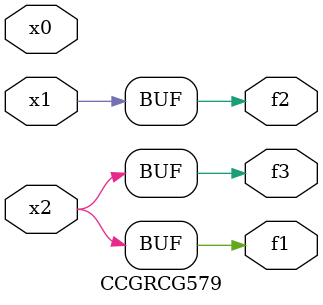
<source format=v>
module CCGRCG579(
	input x0, x1, x2,
	output f1, f2, f3
);
	assign f1 = x2;
	assign f2 = x1;
	assign f3 = x2;
endmodule

</source>
